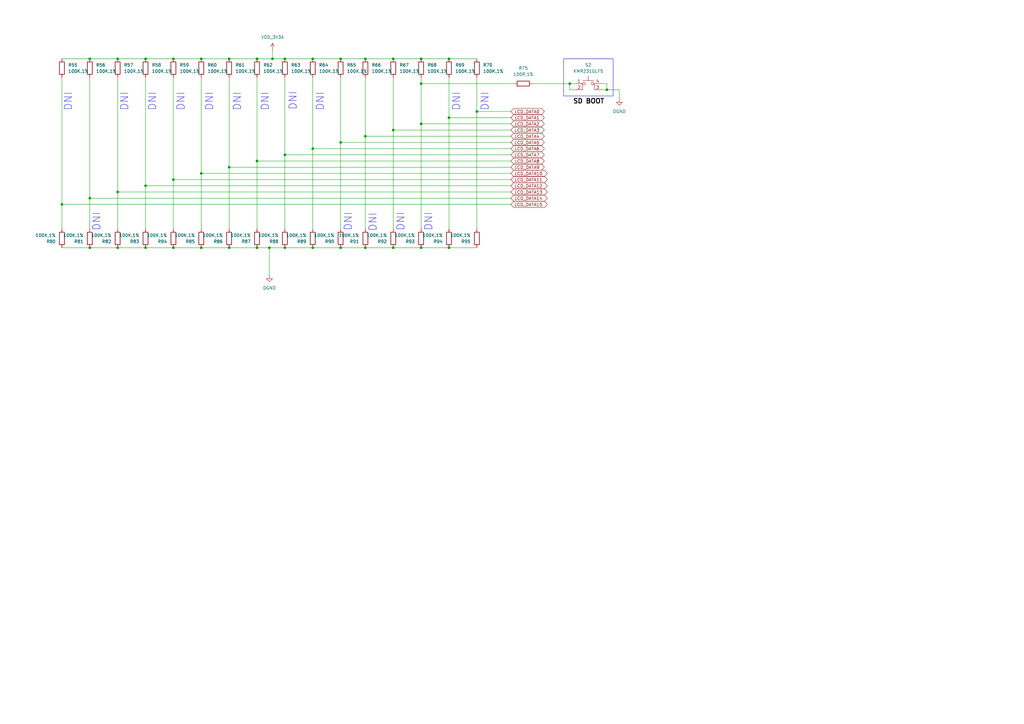
<source format=kicad_sch>
(kicad_sch (version 20231120) (generator "eeschema") (generator_version "8.0")
  (paper "A3")
  (title_block (title "Flight Computer Sheet 4 - Ian Goldberg"))
  (lib_symbols
    (symbol "Device:R" (pin_numbers hide) (pin_names (offset 0))
      (property "Reference" "R" (at 2.032 0 90))
      (property "Value" "R" (at 0 0 90))
      (symbol "R_0_1"
        (rectangle (start -1.016 -2.54) (end 1.016 2.54) (stroke (width 0.254)))
      )
      (symbol "R_1_1"
        (pin passive line (at 0 3.81 270) (length 1.27) (name "~") (number "1"))
        (pin passive line (at 0 -3.81 90) (length 1.27) (name "~") (number "2"))
      )
    )
    (symbol "Switch:SW_MEC_5E" (pin_names (offset 1.016) hide)
      (property "Reference" "SW" (at 0.635 5.715 0))
      (property "Value" "SW_MEC_5E" (at 0 -3.175 0))
      (symbol "SW_MEC_5E_0_1"
        (circle (center -1.778 2.54) (radius 0.508))
        (polyline (pts (xy -2.286 3.81) (xy 2.286 3.81)))
        (polyline (pts (xy 0 3.81) (xy 0 5.588)))
        (polyline (pts (xy -2.54 0) (xy -2.54 2.54) (xy -2.286 2.54)))
        (polyline (pts (xy 2.54 0) (xy 2.54 2.54) (xy 2.286 2.54)))
        (circle (center 1.778 2.54) (radius 0.508))
        (pin passive line (at -5.08 2.54 0) (length 2.54) (name "1") (number "1"))
        (pin passive line (at -5.08 0 0) (length 2.54) (name "2") (number "2"))
        (pin passive line (at 5.08 0 180) (length 2.54) (name "K") (number "3"))
        (pin passive line (at 5.08 2.54 180) (length 2.54) (name "A") (number "4"))
      )
    )
    (symbol "power:GND" (power) (pin_numbers hide) (pin_names (offset 0) hide)
      (property "Value" "GND" (at 0 -3.81 0))
      (symbol "GND_0_1"
        (polyline (pts (xy 0 0) (xy 0 -1.27) (xy 1.27 -1.27) (xy 0 -2.54) (xy -1.27 -1.27) (xy 0 -1.27)))
      )
      (symbol "GND_1_1"
        (pin power_in line (at 0 0 270) (length 0) (name "~") (number "1"))
      )
    )
    (symbol "power:VCC" (power) (pin_numbers hide) (pin_names (offset 0) hide)
      (property "Value" "VCC" (at 0 3.556 0))
      (symbol "VCC_0_1"
        (polyline (pts (xy -0.762 1.27) (xy 0 2.54)))
        (polyline (pts (xy 0 0) (xy 0 2.54)))
        (polyline (pts (xy 0 2.54) (xy 0.762 1.27)))
      )
      (symbol "VCC_1_1"
        (pin power_in line (at 0 0 90) (length 0) (name "~") (number "1"))
      )
    )
  )
  (junction (at 25.4 83.82))
  (junction (at 149.86 24.13))
  (junction (at 71.12 101.6))
  (junction (at 184.15 101.6))
  (junction (at 161.29 24.13))
  (junction (at 116.84 24.13))
  (junction (at 184.15 48.26))
  (junction (at 172.72 101.6))
  (junction (at 139.7 101.6))
  (junction (at 128.27 101.6))
  (junction (at 36.83 24.13))
  (junction (at 128.27 60.96))
  (junction (at 48.26 101.6))
  (junction (at 93.98 101.6))
  (junction (at 110.49 101.6))
  (junction (at 105.41 24.13))
  (junction (at 172.72 24.13))
  (junction (at 59.69 101.6))
  (junction (at 93.98 68.58))
  (junction (at 128.27 24.13))
  (junction (at 149.86 101.6))
  (junction (at 36.83 81.28))
  (junction (at 48.26 78.74))
  (junction (at 71.12 73.66))
  (junction (at 161.29 53.34))
  (junction (at 71.12 24.13))
  (junction (at 139.7 58.42))
  (junction (at 116.84 63.5))
  (junction (at 248.92 36.83))
  (junction (at 82.55 24.13))
  (junction (at 93.98 24.13))
  (junction (at 149.86 55.88))
  (junction (at 36.83 101.6))
  (junction (at 82.55 101.6))
  (junction (at 82.55 71.12))
  (junction (at 59.69 24.13))
  (junction (at 59.69 76.2))
  (junction (at 195.58 45.72))
  (junction (at 161.29 101.6))
  (junction (at 172.72 34.29))
  (junction (at 116.84 101.6))
  (junction (at 105.41 101.6))
  (junction (at 48.26 24.13))
  (junction (at 172.72 50.8))
  (junction (at 105.41 66.04))
  (junction (at 233.68 34.29))
  (junction (at 184.15 24.13))
  (junction (at 139.7 24.13))
  (junction (at 111.76 24.13))
  (wire (pts (xy 128.27 31.75) (xy 128.27 60.96)))
  (wire (pts (xy 233.68 36.83) (xy 236.22 36.83)))
  (wire (pts (xy 59.69 101.6) (xy 48.26 101.6)))
  (wire (pts (xy 139.7 24.13) (xy 149.86 24.13)))
  (wire (pts (xy 248.92 36.83) (xy 254 36.83)))
  (wire (pts (xy 59.69 76.2) (xy 59.69 93.98)))
  (wire (pts (xy 36.83 81.28) (xy 209.55 81.28)))
  (wire (pts (xy 71.12 73.66) (xy 209.55 73.66)))
  (wire (pts (xy 128.27 24.13) (xy 139.7 24.13)))
  (wire (pts (xy 25.4 83.82) (xy 25.4 93.98)))
  (wire (pts (xy 93.98 101.6) (xy 105.41 101.6)))
  (wire (pts (xy 139.7 58.42) (xy 139.7 93.98)))
  (wire (pts (xy 139.7 58.42) (xy 209.55 58.42)))
  (wire (pts (xy 25.4 83.82) (xy 209.55 83.82)))
  (wire (pts (xy 59.69 101.6) (xy 71.12 101.6)))
  (wire (pts (xy 149.86 55.88) (xy 209.55 55.88)))
  (wire (pts (xy 172.72 31.75) (xy 172.72 34.29)))
  (wire (pts (xy 48.26 78.74) (xy 48.26 93.98)))
  (wire (pts (xy 105.41 66.04) (xy 209.55 66.04)))
  (wire (pts (xy 105.41 66.04) (xy 105.41 93.98)))
  (wire (pts (xy 82.55 31.75) (xy 82.55 71.12)))
  (wire (pts (xy 105.41 31.75) (xy 105.41 66.04)))
  (wire (pts (xy 218.44 34.29) (xy 233.68 34.29)))
  (wire (pts (xy 172.72 34.29) (xy 172.72 50.8)))
  (wire (pts (xy 161.29 101.6) (xy 172.72 101.6)))
  (wire (pts (xy 110.49 101.6) (xy 105.41 101.6)))
  (wire (pts (xy 110.49 113.03) (xy 110.49 101.6)))
  (wire (pts (xy 93.98 68.58) (xy 93.98 93.98)))
  (wire (pts (xy 149.86 31.75) (xy 149.86 55.88)))
  (wire (pts (xy 149.86 24.13) (xy 161.29 24.13)))
  (wire (pts (xy 161.29 101.6) (xy 149.86 101.6)))
  (wire (pts (xy 172.72 50.8) (xy 172.72 93.98)))
  (wire (pts (xy 59.69 76.2) (xy 209.55 76.2)))
  (wire (pts (xy 71.12 73.66) (xy 71.12 93.98)))
  (wire (pts (xy 71.12 31.75) (xy 71.12 73.66)))
  (wire (pts (xy 184.15 31.75) (xy 184.15 48.26)))
  (wire (pts (xy 161.29 53.34) (xy 209.55 53.34)))
  (wire (pts (xy 36.83 24.13) (xy 48.26 24.13)))
  (wire (pts (xy 161.29 31.75) (xy 161.29 53.34)))
  (wire (pts (xy 184.15 24.13) (xy 195.58 24.13)))
  (wire (pts (xy 93.98 31.75) (xy 93.98 68.58)))
  (wire (pts (xy 139.7 101.6) (xy 128.27 101.6)))
  (wire (pts (xy 116.84 101.6) (xy 110.49 101.6)))
  (wire (pts (xy 233.68 34.29) (xy 236.22 34.29)))
  (wire (pts (xy 111.76 24.13) (xy 105.41 24.13)))
  (wire (pts (xy 149.86 55.88) (xy 149.86 93.98)))
  (wire (pts (xy 59.69 31.75) (xy 59.69 76.2)))
  (wire (pts (xy 184.15 101.6) (xy 195.58 101.6)))
  (wire (pts (xy 195.58 45.72) (xy 209.55 45.72)))
  (wire (pts (xy 195.58 31.75) (xy 195.58 45.72)))
  (wire (pts (xy 48.26 78.74) (xy 209.55 78.74)))
  (wire (pts (xy 48.26 24.13) (xy 59.69 24.13)))
  (wire (pts (xy 116.84 31.75) (xy 116.84 63.5)))
  (wire (pts (xy 71.12 24.13) (xy 82.55 24.13)))
  (wire (pts (xy 195.58 45.72) (xy 195.58 93.98)))
  (wire (pts (xy 25.4 24.13) (xy 36.83 24.13)))
  (wire (pts (xy 184.15 48.26) (xy 184.15 93.98)))
  (wire (pts (xy 233.68 34.29) (xy 233.68 36.83)))
  (wire (pts (xy 128.27 60.96) (xy 128.27 93.98)))
  (wire (pts (xy 184.15 101.6) (xy 172.72 101.6)))
  (wire (pts (xy 93.98 101.6) (xy 82.55 101.6)))
  (wire (pts (xy 116.84 63.5) (xy 116.84 93.98)))
  (wire (pts (xy 36.83 101.6) (xy 25.4 101.6)))
  (wire (pts (xy 172.72 34.29) (xy 210.82 34.29)))
  (wire (pts (xy 139.7 31.75) (xy 139.7 58.42)))
  (wire (pts (xy 149.86 101.6) (xy 139.7 101.6)))
  (wire (pts (xy 128.27 60.96) (xy 209.55 60.96)))
  (wire (pts (xy 71.12 101.6) (xy 82.55 101.6)))
  (wire (pts (xy 161.29 24.13) (xy 172.72 24.13)))
  (wire (pts (xy 82.55 71.12) (xy 209.55 71.12)))
  (wire (pts (xy 161.29 53.34) (xy 161.29 93.98)))
  (wire (pts (xy 111.76 24.13) (xy 116.84 24.13)))
  (wire (pts (xy 25.4 31.75) (xy 25.4 83.82)))
  (wire (pts (xy 48.26 31.75) (xy 48.26 78.74)))
  (wire (pts (xy 48.26 101.6) (xy 36.83 101.6)))
  (wire (pts (xy 254 36.83) (xy 254 40.64)))
  (wire (pts (xy 93.98 68.58) (xy 209.55 68.58)))
  (wire (pts (xy 172.72 50.8) (xy 209.55 50.8)))
  (wire (pts (xy 36.83 31.75) (xy 36.83 81.28)))
  (wire (pts (xy 116.84 63.5) (xy 209.55 63.5)))
  (wire (pts (xy 82.55 24.13) (xy 93.98 24.13)))
  (wire (pts (xy 36.83 81.28) (xy 36.83 93.98)))
  (wire (pts (xy 248.92 36.83) (xy 246.38 36.83)))
  (wire (pts (xy 111.76 20.32) (xy 111.76 24.13)))
  (wire (pts (xy 184.15 48.26) (xy 209.55 48.26)))
  (wire (pts (xy 59.69 24.13) (xy 71.12 24.13)))
  (wire (pts (xy 128.27 101.6) (xy 116.84 101.6)))
  (wire (pts (xy 93.98 24.13) (xy 105.41 24.13)))
  (wire (pts (xy 172.72 24.13) (xy 184.15 24.13)))
  (wire (pts (xy 116.84 24.13) (xy 128.27 24.13)))
  (wire (pts (xy 248.92 34.29) (xy 248.92 36.83)))
  (wire (pts (xy 246.38 34.29) (xy 248.92 34.29)))
  (wire (pts (xy 82.55 71.12) (xy 82.55 93.98)))
  (rectangle (start 231.14 24.13) (end 251.46 39.37))
  (text "DNI" (at 198.882 41.656 90) (effects (font (size 3.048 3.048))))
  (text "DNI" (at 131.318 41.656 90) (effects (font (size 3.048 3.048))))
  (text "DNI" (at 85.852 41.656 90) (effects (font (size 3.048 3.048))))
  (text "DNI" (at 97.282 41.656 90) (effects (font (size 3.048 3.048))))
  (text "DNI" (at 120.142 41.402 90) (effects (font (size 3.048 3.048))))
  (text "DNI" (at 51.054 41.656 90) (effects (font (size 3.048 3.048))))
  (text "DNI" (at 175.768 90.932 90) (effects (font (size 3.048 3.048))))
  (text "DNI" (at 108.712 41.656 90) (effects (font (size 3.048 3.048))))
  (text "DNI" (at 62.484 41.656 90) (effects (font (size 3.048 3.048))))
  (text "DNI" (at 39.624 90.932 90) (effects (font (size 3.048 3.048))))
  (text "DNI" (at 164.338 90.932 90) (effects (font (size 3.048 3.048))))
  (text "DNI" (at 152.908 91.186 90) (effects (font (size 3.048 3.048))))
  (text "DNI" (at 27.94 41.656 90) (effects (font (size 3.048 3.048))))
  (text "DNI" (at 74.168 41.656 90) (effects (font (size 3.048 3.048))))
  (text "DNI" (at 142.748 90.932 90) (effects (font (size 3.048 3.048))))
  (text "DNI" (at 187.198 41.656 90) (effects (font (size 3.048 3.048))))
  (label "SD BOOT" (at 234.95 43.18 0) (effects (font (size 1.905 1.905) (bold yes))))
  (global_label "LCD_DATA5" (shape bidirectional) (at 209.55 58.42 0) (property "Intersheetrefs" "${INTERSHEET_REFS}" (effects (hide yes))))
  (global_label "LCD_DATA4" (shape bidirectional) (at 209.55 55.88 0) (property "Intersheetrefs" "${INTERSHEET_REFS}" (effects (hide yes))))
  (global_label "LCD_DATA15" (shape bidirectional) (at 209.55 83.82 0) (property "Intersheetrefs" "${INTERSHEET_REFS}" (effects (hide yes))))
  (global_label "LCD_DATA0" (shape bidirectional) (at 209.55 45.72 0) (property "Intersheetrefs" "${INTERSHEET_REFS}" (effects (hide yes))))
  (global_label "LCD_DATA8" (shape bidirectional) (at 209.55 66.04 0) (property "Intersheetrefs" "${INTERSHEET_REFS}" (effects (hide yes))))
  (global_label "LCD_DATA3" (shape bidirectional) (at 209.55 53.34 0) (property "Intersheetrefs" "${INTERSHEET_REFS}" (effects (hide yes))))
  (global_label "LCD_DATA6" (shape bidirectional) (at 209.55 60.96 0) (property "Intersheetrefs" "${INTERSHEET_REFS}" (effects (hide yes))))
  (global_label "LCD_DATA7" (shape bidirectional) (at 209.55 63.5 0) (property "Intersheetrefs" "${INTERSHEET_REFS}" (effects (hide yes))))
  (global_label "LCD_DATA11" (shape bidirectional) (at 209.55 73.66 0) (property "Intersheetrefs" "${INTERSHEET_REFS}" (effects (hide yes))))
  (global_label "LCD_DATA10" (shape bidirectional) (at 209.55 71.12 0) (property "Intersheetrefs" "${INTERSHEET_REFS}" (effects (hide yes))))
  (global_label "LCD_DATA14" (shape bidirectional) (at 209.55 81.28 0) (property "Intersheetrefs" "${INTERSHEET_REFS}" (effects (hide yes))))
  (global_label "LCD_DATA13" (shape bidirectional) (at 209.55 78.74 0) (property "Intersheetrefs" "${INTERSHEET_REFS}" (effects (hide yes))))
  (global_label "LCD_DATA12" (shape bidirectional) (at 209.55 76.2 0) (property "Intersheetrefs" "${INTERSHEET_REFS}" (effects (hide yes))))
  (global_label "LCD_DATA9" (shape bidirectional) (at 209.55 68.58 0) (property "Intersheetrefs" "${INTERSHEET_REFS}" (effects (hide yes))))
  (global_label "LCD_DATA1" (shape bidirectional) (at 209.55 48.26 0) (property "Intersheetrefs" "${INTERSHEET_REFS}" (effects (hide yes))))
  (global_label "LCD_DATA2" (shape bidirectional) (at 209.55 50.8 0) (property "Intersheetrefs" "${INTERSHEET_REFS}" (effects (hide yes))))
  (symbol (lib_id "Device:R") (at 172.72 97.79 180) (unit 1)
    (property "Reference" "R93" (at 170.18 99.0601 0) (effects (justify left)))
    (property "Value" "100K,1%" (at 170.18 96.5201 0) (effects (justify left)))
    (property "Description" "Resistor" (effects (hide yes)))
  )
  (symbol (lib_id "Device:R") (at 128.27 97.79 180) (unit 1)
    (property "Reference" "R89" (at 125.73 99.0601 0) (effects (justify left)))
    (property "Value" "100K,1%" (at 125.73 96.5201 0) (effects (justify left)))
    (property "Description" "Resistor" (effects (hide yes)))
  )
  (symbol (lib_id "Device:R") (at 149.86 97.79 180) (unit 1)
    (property "Reference" "R91" (at 147.32 99.0601 0) (effects (justify left)))
    (property "Value" "100K,1%" (at 147.32 96.5201 0) (effects (justify left)))
    (property "Description" "Resistor" (effects (hide yes)))
  )
  (symbol (lib_id "Device:R") (at 195.58 27.94 0) (unit 1)
    (property "Reference" "R70" (at 198.12 26.6699 0) (effects (justify left)))
    (property "Value" "100K,1%" (at 198.12 29.2099 0) (effects (justify left)))
    (property "Description" "Resistor" (effects (hide yes)))
  )
  (symbol (lib_id "Device:R") (at 149.86 27.94 0) (unit 1)
    (property "Reference" "R66" (at 152.4 26.6699 0) (effects (justify left)))
    (property "Value" "100K,1%" (at 152.4 29.2099 0) (effects (justify left)))
    (property "Description" "Resistor" (effects (hide yes)))
  )
  (symbol (lib_id "Device:R") (at 116.84 97.79 180) (unit 1)
    (property "Reference" "R88" (at 114.3 99.0601 0) (effects (justify left)))
    (property "Value" "100K,1%" (at 114.3 96.5201 0) (effects (justify left)))
    (property "Description" "Resistor" (effects (hide yes)))
  )
  (symbol (lib_id "Device:R") (at 36.83 97.79 180) (unit 1)
    (property "Reference" "R81" (at 34.29 99.0601 0) (effects (justify left)))
    (property "Value" "100K,1%" (at 34.29 96.5201 0) (effects (justify left)))
    (property "Description" "Resistor" (effects (hide yes)))
  )
  (symbol (lib_id "Device:R") (at 161.29 97.79 180) (unit 1)
    (property "Reference" "R92" (at 158.75 99.0601 0) (effects (justify left)))
    (property "Value" "100K,1%" (at 158.75 96.5201 0) (effects (justify left)))
    (property "Description" "Resistor" (effects (hide yes)))
  )
  (symbol (lib_id "Device:R") (at 59.69 97.79 180) (unit 1)
    (property "Reference" "R83" (at 57.15 99.0601 0) (effects (justify left)))
    (property "Value" "100K,1%" (at 57.15 96.5201 0) (effects (justify left)))
    (property "Description" "Resistor" (effects (hide yes)))
  )
  (symbol (lib_id "Device:R") (at 82.55 27.94 0) (unit 1)
    (property "Reference" "R60" (at 85.09 26.6699 0) (effects (justify left)))
    (property "Value" "100K,1%" (at 85.09 29.2099 0) (effects (justify left)))
    (property "Description" "Resistor" (effects (hide yes)))
  )
  (symbol (lib_id "Device:R") (at 25.4 27.94 0) (unit 1)
    (property "Reference" "R55" (at 27.94 26.6699 0) (effects (justify left)))
    (property "Value" "100K,1%" (at 27.94 29.2099 0) (effects (justify left)))
    (property "Description" "Resistor" (effects (hide yes)))
  )
  (symbol (lib_id "Device:R") (at 172.72 27.94 0) (unit 1)
    (property "Reference" "R68" (at 175.26 26.6699 0) (effects (justify left)))
    (property "Value" "100K,1%" (at 175.26 29.2099 0) (effects (justify left)))
    (property "Description" "Resistor" (effects (hide yes)))
  )
  (symbol (lib_id "Switch:SW_MEC_5E") (at 241.3 36.83 0) (unit 1)
    (property "Reference" "S2" (at 241.3 26.67 0))
    (property "Value" "KMR231GLFS" (at 241.3 29.21 0))
    (property "Datasheet" "http://www.apem.com/int/index.php?controller=attachment&id_attachment=1371" (effects (hide yes)))
    (property "Description" "MEC 5E single pole normally-open tactile switch" (effects (hide yes)))
  )
  (symbol (lib_id "power:VCC") (at 111.76 20.32 0) (unit 1)
    (property "Reference" "#PWR0122" (effects (hide yes)))
    (property "Value" "VDD_3V3A" (at 111.76 15.24 0))
    (property "Description" "Power symbol creates a global label with name \"VCC\"" (effects (hide yes)))
  )
  (symbol (lib_id "Device:R") (at 48.26 27.94 0) (unit 1)
    (property "Reference" "R57" (at 50.8 26.6699 0) (effects (justify left)))
    (property "Value" "100K,1%" (at 50.8 29.2099 0) (effects (justify left)))
    (property "Description" "Resistor" (effects (hide yes)))
  )
  (symbol (lib_id "Device:R") (at 161.29 27.94 0) (unit 1)
    (property "Reference" "R67" (at 163.83 26.6699 0) (effects (justify left)))
    (property "Value" "100K,1%" (at 163.83 29.2099 0) (effects (justify left)))
    (property "Description" "Resistor" (effects (hide yes)))
  )
  (symbol (lib_id "Device:R") (at 93.98 97.79 180) (unit 1)
    (property "Reference" "R86" (at 91.44 99.0601 0) (effects (justify left)))
    (property "Value" "100K,1%" (at 91.44 96.5201 0) (effects (justify left)))
    (property "Description" "Resistor" (effects (hide yes)))
  )
  (symbol (lib_id "Device:R") (at 139.7 27.94 0) (unit 1)
    (property "Reference" "R65" (at 142.24 26.6699 0) (effects (justify left)))
    (property "Value" "100K,1%" (at 142.24 29.2099 0) (effects (justify left)))
    (property "Description" "Resistor" (effects (hide yes)))
  )
  (symbol (lib_id "Device:R") (at 195.58 97.79 180) (unit 1)
    (property "Reference" "R95" (at 193.04 99.0601 0) (effects (justify left)))
    (property "Value" "100K,1%" (at 193.04 96.5201 0) (effects (justify left)))
    (property "Description" "Resistor" (effects (hide yes)))
  )
  (symbol (lib_id "Device:R") (at 105.41 27.94 0) (unit 1)
    (property "Reference" "R62" (at 107.95 26.6699 0) (effects (justify left)))
    (property "Value" "100K,1%" (at 107.95 29.2099 0) (effects (justify left)))
    (property "Description" "Resistor" (effects (hide yes)))
  )
  (symbol (lib_id "Device:R") (at 184.15 97.79 180) (unit 1)
    (property "Reference" "R94" (at 181.61 99.0601 0) (effects (justify left)))
    (property "Value" "100K,1%" (at 181.61 96.5201 0) (effects (justify left)))
    (property "Description" "Resistor" (effects (hide yes)))
  )
  (symbol (lib_id "power:GND") (at 110.49 113.03 0) (unit 1)
    (property "Reference" "#PWR0123" (effects (hide yes)))
    (property "Value" "DGND" (at 110.49 118.11 0))
    (property "Description" "Power symbol creates a global label with name \"GND\" , ground" (effects (hide yes)))
  )
  (symbol (lib_id "Device:R") (at 184.15 27.94 0) (unit 1)
    (property "Reference" "R69" (at 186.69 26.6699 0) (effects (justify left)))
    (property "Value" "100K,1%" (at 186.69 29.2099 0) (effects (justify left)))
    (property "Description" "Resistor" (effects (hide yes)))
  )
  (symbol (lib_id "Device:R") (at 116.84 27.94 0) (unit 1)
    (property "Reference" "R63" (at 119.38 26.6699 0) (effects (justify left)))
    (property "Value" "100K,1%" (at 119.38 29.2099 0) (effects (justify left)))
    (property "Description" "Resistor" (effects (hide yes)))
  )
  (symbol (lib_id "Device:R") (at 36.83 27.94 0) (unit 1)
    (property "Reference" "R56" (at 39.37 26.6699 0) (effects (justify left)))
    (property "Value" "100K,1%" (at 39.37 29.2099 0) (effects (justify left)))
    (property "Description" "Resistor" (effects (hide yes)))
  )
  (symbol (lib_id "Device:R") (at 93.98 27.94 0) (unit 1)
    (property "Reference" "R61" (at 96.52 26.6699 0) (effects (justify left)))
    (property "Value" "100K,1%" (at 96.52 29.2099 0) (effects (justify left)))
    (property "Description" "Resistor" (effects (hide yes)))
  )
  (symbol (lib_id "Device:R") (at 214.63 34.29 90) (unit 1)
    (property "Reference" "R75" (at 214.63 27.94 90))
    (property "Value" "100R,1%" (at 214.63 30.48 90))
    (property "Description" "Resistor" (effects (hide yes)))
  )
  (symbol (lib_id "Device:R") (at 128.27 27.94 0) (unit 1)
    (property "Reference" "R64" (at 130.81 26.6699 0) (effects (justify left)))
    (property "Value" "100K,1%" (at 130.81 29.2099 0) (effects (justify left)))
    (property "Description" "Resistor" (effects (hide yes)))
  )
  (symbol (lib_id "Device:R") (at 82.55 97.79 180) (unit 1)
    (property "Reference" "R85" (at 80.01 99.0601 0) (effects (justify left)))
    (property "Value" "100K,1%" (at 80.01 96.5201 0) (effects (justify left)))
    (property "Description" "Resistor" (effects (hide yes)))
  )
  (symbol (lib_id "Device:R") (at 105.41 97.79 180) (unit 1)
    (property "Reference" "R87" (at 102.87 99.0601 0) (effects (justify left)))
    (property "Value" "100K,1%" (at 102.87 96.5201 0) (effects (justify left)))
    (property "Description" "Resistor" (effects (hide yes)))
  )
  (symbol (lib_id "Device:R") (at 25.4 97.79 180) (unit 1)
    (property "Reference" "R80" (at 22.86 99.0601 0) (effects (justify left)))
    (property "Value" "100K,1%" (at 22.86 96.5201 0) (effects (justify left)))
    (property "Description" "Resistor" (effects (hide yes)))
  )
  (symbol (lib_id "Device:R") (at 48.26 97.79 180) (unit 1)
    (property "Reference" "R82" (at 45.72 99.0601 0) (effects (justify left)))
    (property "Value" "100K,1%" (at 45.72 96.5201 0) (effects (justify left)))
    (property "Description" "Resistor" (effects (hide yes)))
  )
  (symbol (lib_id "Device:R") (at 59.69 27.94 0) (unit 1)
    (property "Reference" "R58" (at 62.23 26.6699 0) (effects (justify left)))
    (property "Value" "100K,1%" (at 62.23 29.2099 0) (effects (justify left)))
    (property "Description" "Resistor" (effects (hide yes)))
  )
  (symbol (lib_id "Device:R") (at 71.12 27.94 0) (unit 1)
    (property "Reference" "R59" (at 73.66 26.6699 0) (effects (justify left)))
    (property "Value" "100K,1%" (at 73.66 29.2099 0) (effects (justify left)))
    (property "Description" "Resistor" (effects (hide yes)))
  )
  (symbol (lib_id "Device:R") (at 71.12 97.79 180) (unit 1)
    (property "Reference" "R84" (at 68.58 99.0601 0) (effects (justify left)))
    (property "Value" "100K,1%" (at 68.58 96.5201 0) (effects (justify left)))
    (property "Description" "Resistor" (effects (hide yes)))
  )
  (symbol (lib_id "Device:R") (at 139.7 97.79 180) (unit 1)
    (property "Reference" "R90" (at 137.16 99.0601 0) (effects (justify left)))
    (property "Value" "100K,1%" (at 137.16 96.5201 0) (effects (justify left)))
    (property "Description" "Resistor" (effects (hide yes)))
  )
  (symbol (lib_id "power:GND") (at 254 40.64 0) (unit 1)
    (property "Reference" "#PWR0124" (effects (hide yes)))
    (property "Value" "DGND" (at 254 45.72 0))
    (property "Description" "Power symbol creates a global label with name \"GND\" , ground" (effects (hide yes)))
  )
)
</source>
